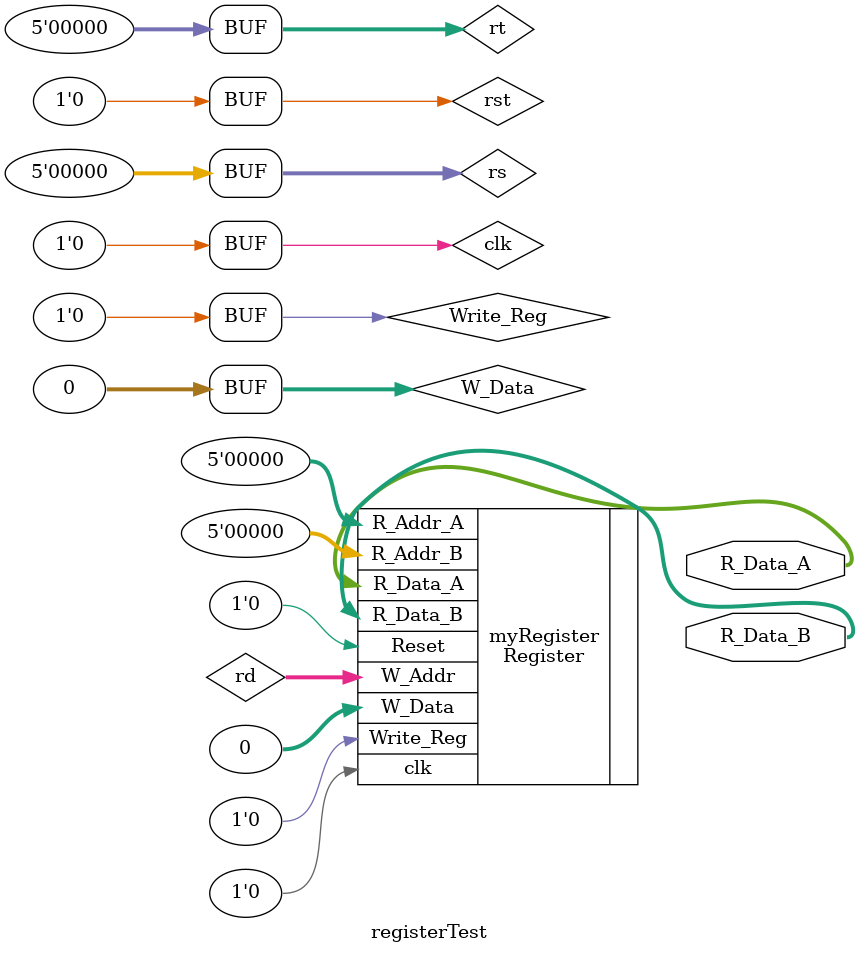
<source format=v>
`timescale 1ns / 1ps


module registerTest(
output[31:0] R_Data_A,R_Data_B
    );
    reg clk = 0;
    reg rst = 0;
    reg Write_Reg = 0;
    reg[4:0] rs,rt,rd;
    reg[31:0] W_Data = 0;
    
    Register myRegister(.R_Addr_A(rs),.R_Addr_B(rt),.W_Addr(rd),.W_Data(W_Data),
        .Write_Reg(Write_Reg),.R_Data_A(R_Data_A),.R_Data_B(R_Data_B),.Reset(rst),.clk(clk));
    
    initial 
        begin
            #50;
            rs = 0;
            rt = 0;
            
        end
endmodule

</source>
